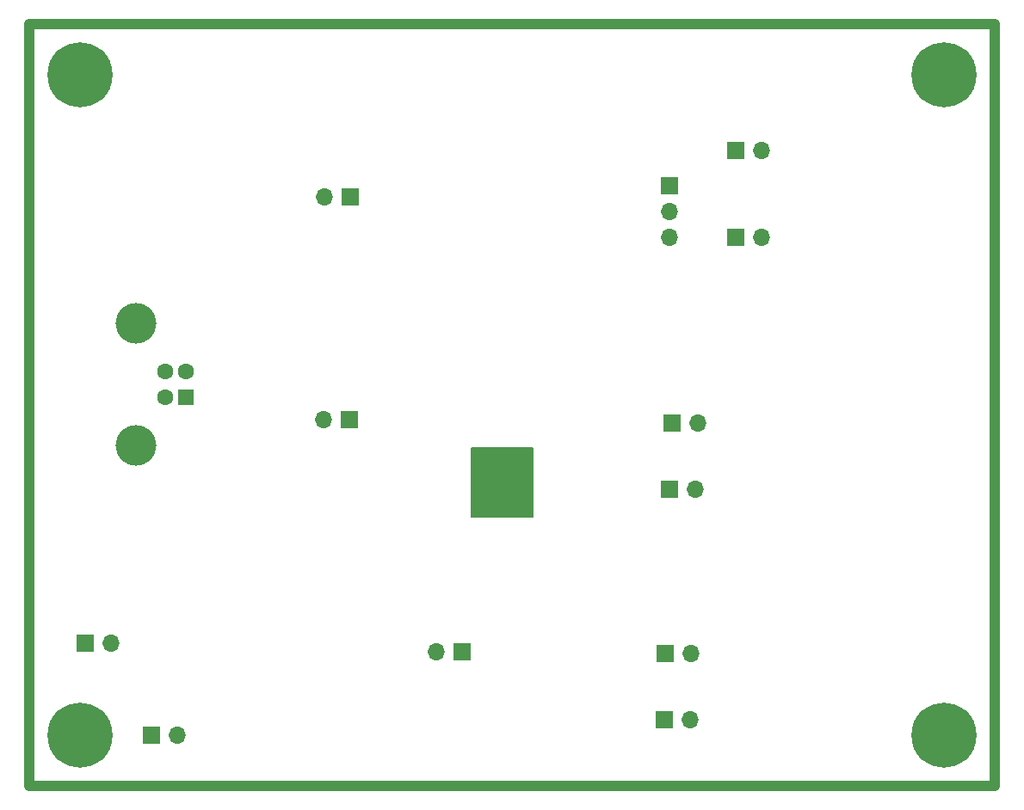
<source format=gbr>
%TF.GenerationSoftware,KiCad,Pcbnew,8.0.6*%
%TF.CreationDate,2024-11-03T20:55:09+02:00*%
%TF.ProjectId,G11_EMB_PCB1,4731315f-454d-4425-9f50-4342312e6b69,rev?*%
%TF.SameCoordinates,PX5f7e1b2PY7735940*%
%TF.FileFunction,Soldermask,Bot*%
%TF.FilePolarity,Negative*%
%FSLAX46Y46*%
G04 Gerber Fmt 4.6, Leading zero omitted, Abs format (unit mm)*
G04 Created by KiCad (PCBNEW 8.0.6) date 2024-11-03 20:55:09*
%MOMM*%
%LPD*%
G01*
G04 APERTURE LIST*
%ADD10C,1.000000*%
%ADD11C,0.800000*%
%ADD12C,6.400000*%
%ADD13R,1.700000X1.700000*%
%ADD14O,1.700000X1.700000*%
%ADD15R,1.600000X1.600000*%
%ADD16C,1.600000*%
%ADD17C,4.000000*%
G04 APERTURE END LIST*
D10*
X95000000Y75000000D02*
X0Y75000000D01*
X0Y0D02*
X0Y75000000D01*
X95000000Y0D02*
X95000000Y75000000D01*
X95000000Y0D02*
X0Y0D01*
D11*
%TO.C,REF\u002A\u002A*%
X2600000Y5000000D03*
X3302944Y6697056D03*
X3302944Y3302944D03*
X5000000Y7400000D03*
D12*
X5000000Y5000000D03*
D11*
X5000000Y2600000D03*
X6697056Y6697056D03*
X6697056Y3302944D03*
X7400000Y5000000D03*
%TD*%
%TO.C,REF\u002A\u002A*%
X87600000Y70000000D03*
X88302944Y71697056D03*
X88302944Y68302944D03*
X90000000Y72400000D03*
D12*
X90000000Y70000000D03*
D11*
X90000000Y67600000D03*
X91697056Y71697056D03*
X91697056Y68302944D03*
X92400000Y70000000D03*
%TD*%
D13*
%TO.C,J10*%
X31540000Y57975000D03*
D14*
X29000000Y57975000D03*
%TD*%
D13*
%TO.C,J2*%
X63250000Y35675000D03*
D14*
X65790000Y35675000D03*
%TD*%
D13*
%TO.C,J7*%
X62525000Y13000000D03*
D14*
X65065000Y13000000D03*
%TD*%
D13*
%TO.C,J6*%
X5460000Y14000000D03*
D14*
X8000000Y14000000D03*
%TD*%
D13*
%TO.C,J1*%
X31500000Y36000000D03*
D14*
X28960000Y36000000D03*
%TD*%
D11*
%TO.C,REF\u002A\u002A*%
X2600000Y70000000D03*
X3302944Y71697056D03*
X3302944Y68302944D03*
X5000000Y72400000D03*
D12*
X5000000Y70000000D03*
D11*
X5000000Y67600000D03*
X6697056Y71697056D03*
X6697056Y68302944D03*
X7400000Y70000000D03*
%TD*%
D13*
%TO.C,J13*%
X69500000Y54000000D03*
D14*
X72040000Y54000000D03*
%TD*%
D13*
%TO.C,J11*%
X69500000Y62500000D03*
D14*
X72040000Y62500000D03*
%TD*%
D11*
%TO.C,REF\u002A\u002A*%
X87600000Y5000000D03*
X88302944Y6697056D03*
X88302944Y3302944D03*
X90000000Y7400000D03*
D12*
X90000000Y5000000D03*
D11*
X90000000Y2600000D03*
X91697056Y6697056D03*
X91697056Y3302944D03*
X92400000Y5000000D03*
%TD*%
D15*
%TO.C,J3*%
X15360000Y38250000D03*
D16*
X15360000Y40750000D03*
X13360000Y40750000D03*
X13360000Y38250000D03*
D17*
X10500000Y33500000D03*
X10500000Y45500000D03*
%TD*%
D13*
%TO.C,J8*%
X11960000Y5000000D03*
D14*
X14500000Y5000000D03*
%TD*%
D13*
%TO.C,J9*%
X62500000Y6500000D03*
D14*
X65040000Y6500000D03*
%TD*%
D13*
%TO.C,J4*%
X62960000Y29150000D03*
D14*
X65500000Y29150000D03*
%TD*%
D13*
%TO.C,J12*%
X63000000Y59080000D03*
D14*
X63000000Y56540000D03*
X63000000Y54000000D03*
%TD*%
D13*
%TO.C,J5*%
X42550000Y13175000D03*
D14*
X40010000Y13175000D03*
%TD*%
G36*
X49543039Y33280315D02*
G01*
X49588794Y33227511D01*
X49600000Y33176000D01*
X49600000Y26524000D01*
X49580315Y26456961D01*
X49527511Y26411206D01*
X49476000Y26400000D01*
X43524000Y26400000D01*
X43456961Y26419685D01*
X43411206Y26472489D01*
X43400000Y26524000D01*
X43400000Y33176000D01*
X43419685Y33243039D01*
X43472489Y33288794D01*
X43524000Y33300000D01*
X49476000Y33300000D01*
X49543039Y33280315D01*
G37*
M02*

</source>
